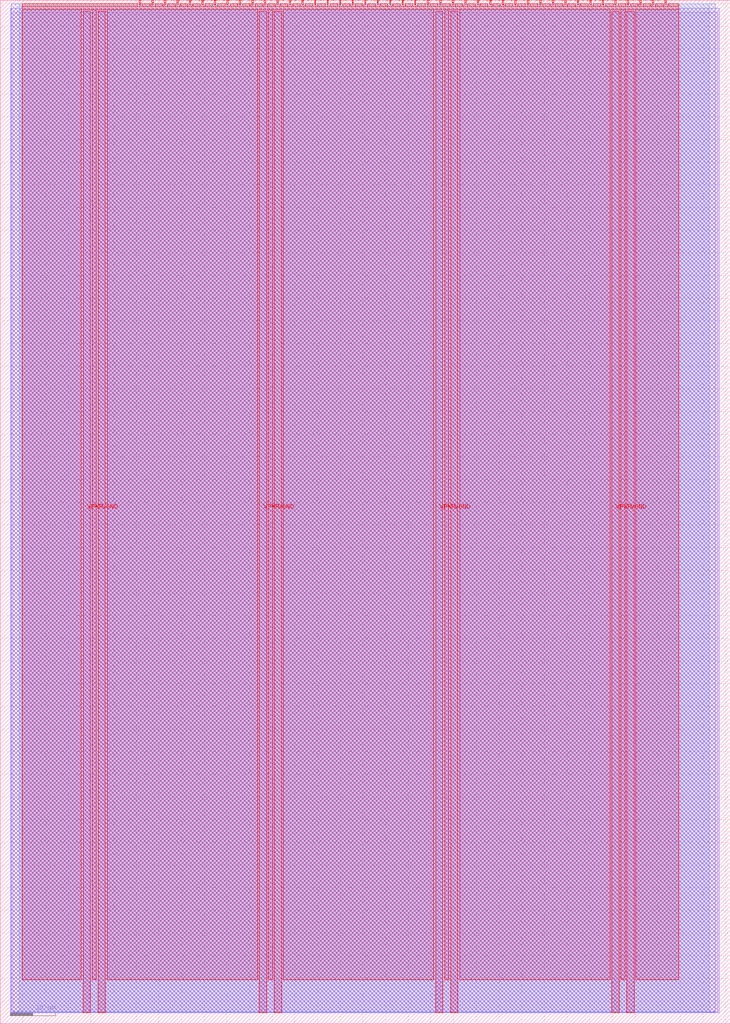
<source format=lef>
VERSION 5.7 ;
  NOWIREEXTENSIONATPIN ON ;
  DIVIDERCHAR "/" ;
  BUSBITCHARS "[]" ;
MACRO tt_um_warp
  CLASS BLOCK ;
  FOREIGN tt_um_warp ;
  ORIGIN 0.000 0.000 ;
  SIZE 161.000 BY 225.760 ;
  PIN VGND
    DIRECTION INOUT ;
    USE GROUND ;
    PORT
      LAYER met4 ;
        RECT 21.580 2.480 23.180 223.280 ;
    END
    PORT
      LAYER met4 ;
        RECT 60.450 2.480 62.050 223.280 ;
    END
    PORT
      LAYER met4 ;
        RECT 99.320 2.480 100.920 223.280 ;
    END
    PORT
      LAYER met4 ;
        RECT 138.190 2.480 139.790 223.280 ;
    END
  END VGND
  PIN VPWR
    DIRECTION INOUT ;
    USE POWER ;
    PORT
      LAYER met4 ;
        RECT 18.280 2.480 19.880 223.280 ;
    END
    PORT
      LAYER met4 ;
        RECT 57.150 2.480 58.750 223.280 ;
    END
    PORT
      LAYER met4 ;
        RECT 96.020 2.480 97.620 223.280 ;
    END
    PORT
      LAYER met4 ;
        RECT 134.890 2.480 136.490 223.280 ;
    END
  END VPWR
  PIN clk
    DIRECTION INPUT ;
    USE SIGNAL ;
    ANTENNAGATEAREA 0.852000 ;
    PORT
      LAYER met4 ;
        RECT 143.830 224.760 144.130 225.760 ;
    END
  END clk
  PIN ena
    DIRECTION INPUT ;
    USE SIGNAL ;
    PORT
      LAYER met4 ;
        RECT 146.590 224.760 146.890 225.760 ;
    END
  END ena
  PIN rst_n
    DIRECTION INPUT ;
    USE SIGNAL ;
    ANTENNAGATEAREA 0.196500 ;
    PORT
      LAYER met4 ;
        RECT 141.070 224.760 141.370 225.760 ;
    END
  END rst_n
  PIN ui_in[0]
    DIRECTION INPUT ;
    USE SIGNAL ;
    PORT
      LAYER met4 ;
        RECT 138.310 224.760 138.610 225.760 ;
    END
  END ui_in[0]
  PIN ui_in[1]
    DIRECTION INPUT ;
    USE SIGNAL ;
    PORT
      LAYER met4 ;
        RECT 135.550 224.760 135.850 225.760 ;
    END
  END ui_in[1]
  PIN ui_in[2]
    DIRECTION INPUT ;
    USE SIGNAL ;
    PORT
      LAYER met4 ;
        RECT 132.790 224.760 133.090 225.760 ;
    END
  END ui_in[2]
  PIN ui_in[3]
    DIRECTION INPUT ;
    USE SIGNAL ;
    PORT
      LAYER met4 ;
        RECT 130.030 224.760 130.330 225.760 ;
    END
  END ui_in[3]
  PIN ui_in[4]
    DIRECTION INPUT ;
    USE SIGNAL ;
    PORT
      LAYER met4 ;
        RECT 127.270 224.760 127.570 225.760 ;
    END
  END ui_in[4]
  PIN ui_in[5]
    DIRECTION INPUT ;
    USE SIGNAL ;
    PORT
      LAYER met4 ;
        RECT 124.510 224.760 124.810 225.760 ;
    END
  END ui_in[5]
  PIN ui_in[6]
    DIRECTION INPUT ;
    USE SIGNAL ;
    PORT
      LAYER met4 ;
        RECT 121.750 224.760 122.050 225.760 ;
    END
  END ui_in[6]
  PIN ui_in[7]
    DIRECTION INPUT ;
    USE SIGNAL ;
    PORT
      LAYER met4 ;
        RECT 118.990 224.760 119.290 225.760 ;
    END
  END ui_in[7]
  PIN uio_in[0]
    DIRECTION INPUT ;
    USE SIGNAL ;
    PORT
      LAYER met4 ;
        RECT 116.230 224.760 116.530 225.760 ;
    END
  END uio_in[0]
  PIN uio_in[1]
    DIRECTION INPUT ;
    USE SIGNAL ;
    PORT
      LAYER met4 ;
        RECT 113.470 224.760 113.770 225.760 ;
    END
  END uio_in[1]
  PIN uio_in[2]
    DIRECTION INPUT ;
    USE SIGNAL ;
    PORT
      LAYER met4 ;
        RECT 110.710 224.760 111.010 225.760 ;
    END
  END uio_in[2]
  PIN uio_in[3]
    DIRECTION INPUT ;
    USE SIGNAL ;
    PORT
      LAYER met4 ;
        RECT 107.950 224.760 108.250 225.760 ;
    END
  END uio_in[3]
  PIN uio_in[4]
    DIRECTION INPUT ;
    USE SIGNAL ;
    PORT
      LAYER met4 ;
        RECT 105.190 224.760 105.490 225.760 ;
    END
  END uio_in[4]
  PIN uio_in[5]
    DIRECTION INPUT ;
    USE SIGNAL ;
    PORT
      LAYER met4 ;
        RECT 102.430 224.760 102.730 225.760 ;
    END
  END uio_in[5]
  PIN uio_in[6]
    DIRECTION INPUT ;
    USE SIGNAL ;
    PORT
      LAYER met4 ;
        RECT 99.670 224.760 99.970 225.760 ;
    END
  END uio_in[6]
  PIN uio_in[7]
    DIRECTION INPUT ;
    USE SIGNAL ;
    PORT
      LAYER met4 ;
        RECT 96.910 224.760 97.210 225.760 ;
    END
  END uio_in[7]
  PIN uio_oe[0]
    DIRECTION OUTPUT ;
    USE SIGNAL ;
    ANTENNADIFFAREA 0.445500 ;
    PORT
      LAYER met4 ;
        RECT 49.990 224.760 50.290 225.760 ;
    END
  END uio_oe[0]
  PIN uio_oe[1]
    DIRECTION OUTPUT ;
    USE SIGNAL ;
    ANTENNADIFFAREA 0.445500 ;
    PORT
      LAYER met4 ;
        RECT 47.230 224.760 47.530 225.760 ;
    END
  END uio_oe[1]
  PIN uio_oe[2]
    DIRECTION OUTPUT ;
    USE SIGNAL ;
    ANTENNADIFFAREA 0.445500 ;
    PORT
      LAYER met4 ;
        RECT 44.470 224.760 44.770 225.760 ;
    END
  END uio_oe[2]
  PIN uio_oe[3]
    DIRECTION OUTPUT ;
    USE SIGNAL ;
    ANTENNADIFFAREA 0.445500 ;
    PORT
      LAYER met4 ;
        RECT 41.710 224.760 42.010 225.760 ;
    END
  END uio_oe[3]
  PIN uio_oe[4]
    DIRECTION OUTPUT ;
    USE SIGNAL ;
    ANTENNADIFFAREA 0.445500 ;
    PORT
      LAYER met4 ;
        RECT 38.950 224.760 39.250 225.760 ;
    END
  END uio_oe[4]
  PIN uio_oe[5]
    DIRECTION OUTPUT ;
    USE SIGNAL ;
    ANTENNADIFFAREA 0.445500 ;
    PORT
      LAYER met4 ;
        RECT 36.190 224.760 36.490 225.760 ;
    END
  END uio_oe[5]
  PIN uio_oe[6]
    DIRECTION OUTPUT ;
    USE SIGNAL ;
    ANTENNADIFFAREA 0.445500 ;
    PORT
      LAYER met4 ;
        RECT 33.430 224.760 33.730 225.760 ;
    END
  END uio_oe[6]
  PIN uio_oe[7]
    DIRECTION OUTPUT ;
    USE SIGNAL ;
    ANTENNADIFFAREA 0.445500 ;
    PORT
      LAYER met4 ;
        RECT 30.670 224.760 30.970 225.760 ;
    END
  END uio_oe[7]
  PIN uio_out[0]
    DIRECTION OUTPUT ;
    USE SIGNAL ;
    ANTENNADIFFAREA 0.445500 ;
    PORT
      LAYER met4 ;
        RECT 72.070 224.760 72.370 225.760 ;
    END
  END uio_out[0]
  PIN uio_out[1]
    DIRECTION OUTPUT ;
    USE SIGNAL ;
    ANTENNADIFFAREA 0.445500 ;
    PORT
      LAYER met4 ;
        RECT 69.310 224.760 69.610 225.760 ;
    END
  END uio_out[1]
  PIN uio_out[2]
    DIRECTION OUTPUT ;
    USE SIGNAL ;
    ANTENNADIFFAREA 0.445500 ;
    PORT
      LAYER met4 ;
        RECT 66.550 224.760 66.850 225.760 ;
    END
  END uio_out[2]
  PIN uio_out[3]
    DIRECTION OUTPUT ;
    USE SIGNAL ;
    ANTENNADIFFAREA 0.445500 ;
    PORT
      LAYER met4 ;
        RECT 63.790 224.760 64.090 225.760 ;
    END
  END uio_out[3]
  PIN uio_out[4]
    DIRECTION OUTPUT ;
    USE SIGNAL ;
    ANTENNADIFFAREA 0.445500 ;
    PORT
      LAYER met4 ;
        RECT 61.030 224.760 61.330 225.760 ;
    END
  END uio_out[4]
  PIN uio_out[5]
    DIRECTION OUTPUT ;
    USE SIGNAL ;
    ANTENNADIFFAREA 0.445500 ;
    PORT
      LAYER met4 ;
        RECT 58.270 224.760 58.570 225.760 ;
    END
  END uio_out[5]
  PIN uio_out[6]
    DIRECTION OUTPUT ;
    USE SIGNAL ;
    ANTENNADIFFAREA 0.445500 ;
    PORT
      LAYER met4 ;
        RECT 55.510 224.760 55.810 225.760 ;
    END
  END uio_out[6]
  PIN uio_out[7]
    DIRECTION OUTPUT ;
    USE SIGNAL ;
    ANTENNADIFFAREA 0.445500 ;
    PORT
      LAYER met4 ;
        RECT 52.750 224.760 53.050 225.760 ;
    END
  END uio_out[7]
  PIN uo_out[0]
    DIRECTION OUTPUT ;
    USE SIGNAL ;
    ANTENNADIFFAREA 0.445500 ;
    PORT
      LAYER met4 ;
        RECT 94.150 224.760 94.450 225.760 ;
    END
  END uo_out[0]
  PIN uo_out[1]
    DIRECTION OUTPUT ;
    USE SIGNAL ;
    ANTENNADIFFAREA 0.445500 ;
    PORT
      LAYER met4 ;
        RECT 91.390 224.760 91.690 225.760 ;
    END
  END uo_out[1]
  PIN uo_out[2]
    DIRECTION OUTPUT ;
    USE SIGNAL ;
    ANTENNADIFFAREA 0.445500 ;
    PORT
      LAYER met4 ;
        RECT 88.630 224.760 88.930 225.760 ;
    END
  END uo_out[2]
  PIN uo_out[3]
    DIRECTION OUTPUT ;
    USE SIGNAL ;
    ANTENNADIFFAREA 0.795200 ;
    PORT
      LAYER met4 ;
        RECT 85.870 224.760 86.170 225.760 ;
    END
  END uo_out[3]
  PIN uo_out[4]
    DIRECTION OUTPUT ;
    USE SIGNAL ;
    ANTENNADIFFAREA 0.445500 ;
    PORT
      LAYER met4 ;
        RECT 83.110 224.760 83.410 225.760 ;
    END
  END uo_out[4]
  PIN uo_out[5]
    DIRECTION OUTPUT ;
    USE SIGNAL ;
    ANTENNADIFFAREA 0.445500 ;
    PORT
      LAYER met4 ;
        RECT 80.350 224.760 80.650 225.760 ;
    END
  END uo_out[5]
  PIN uo_out[6]
    DIRECTION OUTPUT ;
    USE SIGNAL ;
    ANTENNADIFFAREA 0.445500 ;
    PORT
      LAYER met4 ;
        RECT 77.590 224.760 77.890 225.760 ;
    END
  END uo_out[6]
  PIN uo_out[7]
    DIRECTION OUTPUT ;
    USE SIGNAL ;
    ANTENNADIFFAREA 0.445500 ;
    PORT
      LAYER met4 ;
        RECT 74.830 224.760 75.130 225.760 ;
    END
  END uo_out[7]
  OBS
      LAYER li1 ;
        RECT 2.760 2.635 158.240 223.125 ;
      LAYER met1 ;
        RECT 2.370 2.480 158.540 224.020 ;
      LAYER met2 ;
        RECT 2.400 2.535 157.680 224.925 ;
      LAYER met3 ;
        RECT 4.205 2.555 156.335 224.905 ;
      LAYER met4 ;
        RECT 4.895 224.360 30.270 224.905 ;
        RECT 31.370 224.360 33.030 224.905 ;
        RECT 34.130 224.360 35.790 224.905 ;
        RECT 36.890 224.360 38.550 224.905 ;
        RECT 39.650 224.360 41.310 224.905 ;
        RECT 42.410 224.360 44.070 224.905 ;
        RECT 45.170 224.360 46.830 224.905 ;
        RECT 47.930 224.360 49.590 224.905 ;
        RECT 50.690 224.360 52.350 224.905 ;
        RECT 53.450 224.360 55.110 224.905 ;
        RECT 56.210 224.360 57.870 224.905 ;
        RECT 58.970 224.360 60.630 224.905 ;
        RECT 61.730 224.360 63.390 224.905 ;
        RECT 64.490 224.360 66.150 224.905 ;
        RECT 67.250 224.360 68.910 224.905 ;
        RECT 70.010 224.360 71.670 224.905 ;
        RECT 72.770 224.360 74.430 224.905 ;
        RECT 75.530 224.360 77.190 224.905 ;
        RECT 78.290 224.360 79.950 224.905 ;
        RECT 81.050 224.360 82.710 224.905 ;
        RECT 83.810 224.360 85.470 224.905 ;
        RECT 86.570 224.360 88.230 224.905 ;
        RECT 89.330 224.360 90.990 224.905 ;
        RECT 92.090 224.360 93.750 224.905 ;
        RECT 94.850 224.360 96.510 224.905 ;
        RECT 97.610 224.360 99.270 224.905 ;
        RECT 100.370 224.360 102.030 224.905 ;
        RECT 103.130 224.360 104.790 224.905 ;
        RECT 105.890 224.360 107.550 224.905 ;
        RECT 108.650 224.360 110.310 224.905 ;
        RECT 111.410 224.360 113.070 224.905 ;
        RECT 114.170 224.360 115.830 224.905 ;
        RECT 116.930 224.360 118.590 224.905 ;
        RECT 119.690 224.360 121.350 224.905 ;
        RECT 122.450 224.360 124.110 224.905 ;
        RECT 125.210 224.360 126.870 224.905 ;
        RECT 127.970 224.360 129.630 224.905 ;
        RECT 130.730 224.360 132.390 224.905 ;
        RECT 133.490 224.360 135.150 224.905 ;
        RECT 136.250 224.360 137.910 224.905 ;
        RECT 139.010 224.360 140.670 224.905 ;
        RECT 141.770 224.360 143.430 224.905 ;
        RECT 144.530 224.360 146.190 224.905 ;
        RECT 147.290 224.360 149.665 224.905 ;
        RECT 4.895 223.680 149.665 224.360 ;
        RECT 4.895 9.695 17.880 223.680 ;
        RECT 20.280 9.695 21.180 223.680 ;
        RECT 23.580 9.695 56.750 223.680 ;
        RECT 59.150 9.695 60.050 223.680 ;
        RECT 62.450 9.695 95.620 223.680 ;
        RECT 98.020 9.695 98.920 223.680 ;
        RECT 101.320 9.695 134.490 223.680 ;
        RECT 136.890 9.695 137.790 223.680 ;
        RECT 140.190 9.695 149.665 223.680 ;
  END
END tt_um_warp
END LIBRARY


</source>
